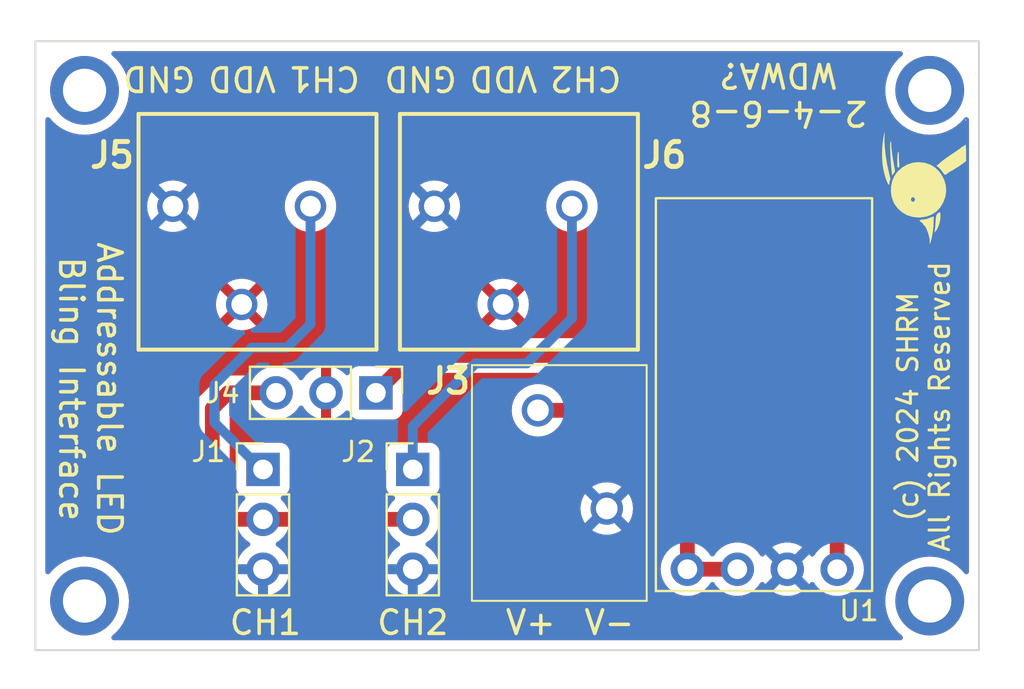
<source format=kicad_pcb>
(kicad_pcb (version 20211014) (generator pcbnew)
  (layers (0 "F.Cu" signal) (31 "B.Cu" signal) (34 "B.Paste" user) (35 "F.Paste" user) (36 "B.SilkS" user "B.Silkscreen") (37 "F.SilkS" user "F.Silkscreen") (38 "B.Mask" user) (39 "F.Mask" user) (44 "Edge.Cuts" user))
  (net 0 "")
  (net 5 "/CH1")
  (net 6 "GND")
  (net 7 "/CH2")
  (net 8 "+BATT")
  (net 9 "+5V")
  (net 10 "VDD")
  (net 11 "+6V")
  (footprint "Connector_PinHeader_2.54mm:PinHeader_1x03_P2.54mm_Vertical" (layer "F.Cu") (at 139.7 114.3)
    (fp_text reference "J2" (at -2.78 -0.9) (layer "F.SilkS"))
    (fp_text value "Conn_01x03" hide)
    (fp_line (start -1.33 1.27) (end 1.33 1.27) (layer "F.SilkS") (width 0.12))
    (fp_line (start -1.33 -1.33) (end 0 -1.33) (layer "F.SilkS") (width 0.12))
    (fp_line (start -1.33 0) (end -1.33 -1.33) (layer "F.SilkS") (width 0.12))
    (fp_line (start 1.33 1.27) (end 1.33 6.41) (layer "F.SilkS") (width 0.12))
    (fp_line (start -1.33 6.41) (end 1.33 6.41) (layer "F.SilkS") (width 0.12))
    (fp_line (start -1.33 1.27) (end -1.33 6.41) (layer "F.SilkS") (width 0.12))
    (pad "1" thru_hole rect (at 0 0) (size 1.7 1.7) (drill 1) (layers *.Cu *.Mask) (net 7 "/CH2"))
    (pad "2" thru_hole oval (at 0 2.54) (size 1.7 1.7) (drill 1) (layers *.Cu *.Mask) (net 11 "+6V"))
    (pad "3" thru_hole oval (at 0 5.08) (size 1.7 1.7) (drill 1) (layers *.Cu *.Mask) (net 6 "GND"))
  )
  (footprint "Appreciate:250-203_1" (layer "F.Cu") (at 130.996 105.9 180)
    (fp_text reference "J5" (at 6.596 7.6) (layer "F.SilkS") (effects (font (size 1.27 1.27) (thickness 0.254))))
    (fp_text value "250-203" hide)
    (fp_line (start -6.858 9.7) (end -6.858 -2.3) (layer "F.SilkS") (width 0.2))
    (fp_line (start 5.25 -2.3) (end 5.25 9.7) (layer "F.SilkS") (width 0.2))
    (fp_line (start 5.25 9.7) (end -6.858 9.7) (layer "F.SilkS") (width 0.2))
    (fp_line (start -6.858 -2.3) (end 5.25 -2.3) (layer "F.SilkS") (width 0.2))
    (pad "1" thru_hole circle (at -3.5 5 180) (size 1.6 1.6) (drill 1.05) (layers *.Cu *.Mask) (net 5 "/CH1"))
    (pad "2" thru_hole circle (at 0 0 180) (size 1.6 1.6) (drill 1.05) (layers *.Cu *.Mask) (net 10 "VDD"))
    (pad "3" thru_hole circle (at 3.5 5 180) (size 1.6 1.6) (drill 1.05) (layers *.Cu *.Mask) (net 6 "GND"))
  )
  (footprint "MountingHole:MountingHole_2.2mm_M2_ISO7380_Pad" (layer "F.Cu") (at 123 95)
    (fp_text reference "H1" hide)
    (fp_text value "MountingHole_Pad" hide)
    (pad "1" thru_hole circle (at 0 0) (size 3.5 3.5) (drill 2.2) (layers *.Cu *.Mask))
  )
  (footprint "Appreciate:250-203_1" (layer "F.Cu") (at 144.296 105.9 180)
    (fp_text reference "J6" (at -8.204 7.6) (layer "F.SilkS") (effects (font (size 1.27 1.27) (thickness 0.254))))
    (fp_text value "250-203" hide)
    (fp_line (start 5.25 9.7) (end -6.858 9.7) (layer "F.SilkS") (width 0.2))
    (fp_line (start -6.858 9.7) (end -6.858 -2.3) (layer "F.SilkS") (width 0.2))
    (fp_line (start -6.858 -2.3) (end 5.25 -2.3) (layer "F.SilkS") (width 0.2))
    (fp_line (start 5.25 -2.3) (end 5.25 9.7) (layer "F.SilkS") (width 0.2))
    (pad "1" thru_hole circle (at -3.5 5 180) (size 1.6 1.6) (drill 1.05) (layers *.Cu *.Mask) (net 7 "/CH2"))
    (pad "2" thru_hole circle (at 0 0 180) (size 1.6 1.6) (drill 1.05) (layers *.Cu *.Mask) (net 10 "VDD"))
    (pad "3" thru_hole circle (at 3.5 5 180) (size 1.6 1.6) (drill 1.05) (layers *.Cu *.Mask) (net 6 "GND"))
  )
  (footprint "MountingHole:MountingHole_2.2mm_M2_ISO7380_Pad" (layer "F.Cu") (at 166 121)
    (fp_text reference "H3" hide)
    (fp_text value "MountingHole_Pad" hide)
    (pad "1" thru_hole circle (at 0 0) (size 3.5 3.5) (drill 2.2) (layers *.Cu *.Mask))
  )
  (footprint "MountingHole:MountingHole_2.2mm_M2_ISO7380_Pad" (layer "F.Cu") (at 166 95)
    (fp_text reference "H4" hide)
    (fp_text value "MountingHole_Pad" hide)
    (pad "1" thru_hole circle (at 0 0) (size 3.5 3.5) (drill 2.2) (layers *.Cu *.Mask))
  )
  (footprint "MountingHole:MountingHole_2.2mm_M2_ISO7380_Pad" (layer "F.Cu") (at 123 121)
    (fp_text reference "H2" hide)
    (fp_text value "MountingHole_Pad" hide)
    (pad "1" thru_hole circle (at 0 0) (size 3.5 3.5) (drill 2.2) (layers *.Cu *.Mask))
  )
  (footprint "Appreciate:Weewooday-820" (layer "F.Cu") (at 157.48 114.3 90)
    (fp_text reference "U1" (at -7.2 4.92 unlocked) (layer "F.SilkS"))
    (fp_text value "Weewooday-820" hide)
    (fp_rect (start -6.19 -5.412) (end 13.81 5.588) (layer "F.SilkS") (width 0.12) (fill none))
    (pad "1" thru_hole circle (at -5.08 -3.81 90) (size 1.7 1.7) (drill 1) (layers *.Cu *.Mask) (net 8 "+BATT"))
    (pad "2" thru_hole circle (at -5.08 -1.27 90) (size 1.7 1.7) (drill 1) (layers *.Cu *.Mask) (net 8 "+BATT"))
    (pad "3" thru_hole circle (at -5.08 1.27 90) (size 1.7 1.7) (drill 1) (layers *.Cu *.Mask) (net 6 "GND"))
    (pad "4" thru_hole circle (at -5.08 3.81 90) (size 1.7 1.7) (drill 1) (layers *.Cu *.Mask) (net 9 "+5V"))
  )
  (footprint "Connector_PinHeader_2.54mm:PinHeader_1x03_P2.54mm_Vertical" (layer "F.Cu") (at 132.08 114.3)
    (fp_text reference "J1" (at -2.78 -0.9) (layer "F.SilkS"))
    (fp_text value "Conn_01x03" hide)
    (fp_line (start -1.33 0) (end -1.33 -1.33) (layer "F.SilkS") (width 0.12))
    (fp_line (start -1.33 6.41) (end 1.33 6.41) (layer "F.SilkS") (width 0.12))
    (fp_line (start -1.33 -1.33) (end 0 -1.33) (layer "F.SilkS") (width 0.12))
    (fp_line (start -1.33 1.27) (end 1.33 1.27) (layer "F.SilkS") (width 0.12))
    (fp_line (start -1.33 1.27) (end -1.33 6.41) (layer "F.SilkS") (width 0.12))
    (fp_line (start 1.33 1.27) (end 1.33 6.41) (layer "F.SilkS") (width 0.12))
    (pad "1" thru_hole rect (at 0 0) (size 1.7 1.7) (drill 1) (layers *.Cu *.Mask) (net 5 "/CH1"))
    (pad "2" thru_hole oval (at 0 2.54) (size 1.7 1.7) (drill 1) (layers *.Cu *.Mask) (net 11 "+6V"))
    (pad "3" thru_hole oval (at 0 5.08) (size 1.7 1.7) (drill 1) (layers *.Cu *.Mask) (net 6 "GND"))
  )
  (footprint "Appreciate:250202" (layer "F.Cu") (at 149.568 116.29 180)
    (fp_text reference "J3" (at 8.068 6.49) (layer "F.SilkS") (effects (font (size 1.27 1.27) (thickness 0.254))))
    (fp_text value "250-202" hide)
    (fp_line (start 6.858 -4.7) (end -2.032 -4.7) (layer "F.SilkS") (width 0.1))
    (fp_line (start -2.032 7.3) (end 6.858 7.3) (layer "F.SilkS") (width 0.1))
    (fp_line (start 6.858 7.3) (end 6.858 -4.7) (layer "F.SilkS") (width 0.1))
    (fp_line (start -2.032 -4.7) (end -2.032 7.3) (layer "F.SilkS") (width 0.1))
    (pad "1" thru_hole circle (at 3.5 5 180) (size 1.65 1.65) (drill 1.1) (layers *.Cu *.Mask) (net 8 "+BATT"))
    (pad "2" thru_hole circle (at 0 0 180) (size 1.65 1.65) (drill 1.1) (layers *.Cu *.Mask) (net 6 "GND"))
  )
  (footprint "Connector_PinHeader_2.54mm:PinHeader_1x03_P2.54mm_Vertical" (layer "F.Cu") (at 137.825 110.4 -90)
    (fp_text reference "J4" (at 0.01 7.793 180) (layer "F.SilkS"))
    (fp_text value "Conn_01x03" hide)
    (fp_line (start -1.33 0) (end -1.33 -1.33) (layer "F.SilkS") (width 0.12))
    (fp_line (start -1.33 6.41) (end 1.33 6.41) (layer "F.SilkS") (width 0.12))
    (fp_line (start -1.33 1.27) (end -1.33 6.41) (layer "F.SilkS") (width 0.12))
    (fp_line (start -1.33 -1.33) (end 0 -1.33) (layer "F.SilkS") (width 0.12))
    (fp_line (start -1.33 1.27) (end 1.33 1.27) (layer "F.SilkS") (width 0.12))
    (fp_line (start 1.33 1.27) (end 1.33 6.41) (layer "F.SilkS") (width 0.12))
    (pad "1" thru_hole rect (at 0 0 270) (size 1.7 1.7) (drill 1) (layers *.Cu *.Mask) (net 9 "+5V"))
    (pad "2" thru_hole oval (at 0 2.54 270) (size 1.7 1.7) (drill 1) (layers *.Cu *.Mask) (net 10 "VDD"))
    (pad "3" thru_hole oval (at 0 5.08 270) (size 1.7 1.7) (drill 1) (layers *.Cu *.Mask) (net 11 "+6V"))
  )
  (footprint "LOGO" (layer "F.Cu") (at 165.6 99.7 90)
    (fp_text reference "G***" hide)
    (fp_text value "LOGO" hide)
    (fp_poly (pts (xy 1.913529 -1.612956) (xy 2.027994 -1.608028) (xy 2.095237 -1.598176) (xy 2.10874 -1.585518) (xy 2.068515 -1.567943) (xy 1.985846 -1.556428) (xy 1.915173 -1.553808) (xy 1.783659 -1.547239) (xy 1.603859 -1.528767) (xy 1.389396 -1.500244) (xy 1.153894 -1.463519) (xy 0.910978 -1.420444) (xy 0.855456 -1.409827) (xy 0.721232 -1.384099) (xy 0.633459 -1.370926) (xy 0.576174 -1.371583) (xy 0.533419 -1.387349) (xy 0.489233 -1.419501) (xy 0.462668 -1.44126) (xy 0.370405 -1.516694) (xy 0.510234 -1.533172) (xy 0.715192 -1.554849) (xy 0.932945 -1.573567) (xy 1.154917 -1.589047) (xy 1.372535 -1.601006) (xy 1.577225 -1.609165) (xy 1.760414 -1.613242)) (layer "F.SilkS") (width 0) (fill solid))
    (fp_poly (pts (xy -2.457553 0.652201) (xy -2.387091 0.663295) (xy -2.270955 0.675428) (xy -2.126832 0.68694) (xy -2.009205 0.694266) (xy -1.853049 0.703776) (xy -1.746381 0.71433) (xy -1.675307 0.729251) (xy -1.625933 0.75186) (xy -1.584368 0.785478) (xy -1.570379 0.799171) (xy -1.520224 0.86201) (xy -1.502998 0.910599) (xy -1.505305 0.918085) (xy -1.54761 0.936206) (xy -1.634964 0.945402) (xy -1.74955 0.945105) (xy -1.87355 0.93475) (xy -1.902621 0.930722) (xy -2.078791 0.892148) (xy -2.246978 0.834097) (xy -2.385556 0.764848) (xy -2.442371 0.724087) (xy -2.552684 0.629352)) (layer "F.SilkS") (width 0) (fill solid))
    (fp_poly (pts (xy 1.173233 -1.252933) (xy 1.31073 -1.247596) (xy 1.431621 -1.238651) (xy 1.519947 -1.226466) (xy 1.558521 -1.212921) (xy 1.569023 -1.190641) (xy 1.538199 -1.178305) (xy 1.456856 -1.173453) (xy 1.409526 -1.173058) (xy 1.269146 -1.169573) (xy 1.109184 -1.160852) (xy 1.011253 -1.153033) (xy 0.880632 -1.145606) (xy 0.804317 -1.15397) (xy 0.778178 -1.171223) (xy 0.76954 -1.218598) (xy 0.776355 -1.230886) (xy 0.820691 -1.243641) (xy 0.912254 -1.251322) (xy 1.035088 -1.254298)) (layer "F.SilkS") (width 0) (fill solid))
    (fp_poly (pts (xy -0.174329 -1.565625) (xy 0.092865 -1.505977) (xy 0.338788 -1.400343) (xy 0.550834 -1.250438) (xy 0.560158 -1.241962) (xy 0.769832 -1.009562) (xy 0.92166 -0.753375) (xy 1.014415 -0.477375) (xy 1.046871 -0.185536) (xy 1.017802 0.118168) (xy 1.002047 0.190262) (xy 0.908848 0.447122) (xy 0.764851 0.676312) (xy 0.578424 0.872996) (xy 0.357936 1.032337) (xy 0.111758 1.149496) (xy -0.151741 1.219637) (xy -0.424193 1.237923) (xy -0.697227 1.199516) (xy -0.729338 1.19095) (xy -1.024576 1.07954) (xy -1.273816 0.925399) (xy -1.475151 0.73102) (xy -1.626672 0.498897) (xy -1.726471 0.231521) (xy -1.772638 -0.068613) (xy -1.77578 -0.176069) (xy -1.745777 -0.469817) (xy -1.742358 -0.480644) (xy -0.972056 -0.480644) (xy -0.965159 -0.416207) (xy -0.953516 -0.399037) (xy -0.893254 -0.356969) (xy -0.856179 -0.348814) (xy -0.790577 -0.371688) (xy -0.758842 -0.399037) (xy -0.737006 -0.463426) (xy -0.765568 -0.521108) (xy -0.832697 -0.553139) (xy -0.856179 -0.554931) (xy -0.931786 -0.533202) (xy -0.972056 -0.480644) (xy -1.742358 -0.480644) (xy -1.658908 -0.744942) (xy -1.519881 -0.993923) (xy -1.333405 -1.209237) (xy -1.104187 -1.383361) (xy -0.977475 -1.451471) (xy -0.722106 -1.54009) (xy -0.450188 -1.577569)) (layer "F.SilkS") (width 0) (fill solid))
    (fp_poly (pts (xy 1.627634 -2.02484) (xy 1.949354 -2.004754) (xy 2.228638 -1.968782) (xy 2.36816 -1.944348) (xy 2.482738 -1.922503) (xy 2.559029 -1.905904) (xy 2.583677 -1.898054) (xy 2.561392 -1.893352) (xy 2.490418 -1.893076) (xy 2.385332 -1.897221) (xy 2.368648 -1.898158) (xy 2.126491 -1.901289) (xy 1.840713 -1.886985) (xy 1.528084 -1.857171) (xy 1.205376 -1.813773) (xy 0.889361 -1.758717) (xy 0.602497 -1.695351) (xy 0.488544 -1.667613) (xy 0.386995 -1.644032) (xy 0.343833 -1.634676) (xy 0.264235 -1.615959) (xy 0.216991 -1.601841) (xy 0.155679 -1.603951) (xy 0.126842 -1.617076) (xy 0.059482 -1.640975) (xy -0.006056 -1.648453) (xy -0.085112 -1.656603) (xy -0.108825 -1.678049) (xy -0.083236 -1.710144) (xy -0.014384 -1.750238) (xy 0.09169 -1.795684) (xy 0.228945 -1.843833) (xy 0.391341 -1.892037) (xy 0.572838 -1.937646) (xy 0.729003 -1.970734) (xy 0.996295 -2.007858) (xy 1.302893 -2.025884)) (layer "F.SilkS") (width 0) (fill solid))
    (fp_poly (pts (xy 0.88727 0.753121) (xy 0.908075 0.804896) (xy 0.943384 0.850559) (xy 1.029779 0.944312) (xy 1.114021 1.044918) (xy 1.204288 1.163249) (xy 1.30876 1.310174) (xy 1.435617 1.496563) (xy 1.484506 1.569663) (xy 1.58425 1.717382) (xy 1.673212 1.845563) (xy 1.744981 1.945253) (xy 1.793145 2.007493) (xy 1.809833 2.024178) (xy 1.83729 2.060575) (xy 1.839201 2.075789) (xy 1.861461 2.12897) (xy 1.886767 2.156305) (xy 1.92663 2.20208) (xy 1.934333 2.223608) (xy 1.90457 2.233803) (xy 1.823057 2.242178) (xy 1.701453 2.247988) (xy 1.551418 2.250484) (xy 1.51417 2.250512) (xy 1.094008 2.249587) (xy 0.951311 2.054533) (xy 0.880561 1.956296) (xy 0.824738 1.875959) (xy 0.794465 1.828861) (xy 0.792759 1.825557) (xy 0.767178 1.780665) (xy 0.719805 1.704357) (xy 0.689701 1.657497) (xy 0.639685 1.577327) (xy 0.608141 1.520543) (xy 0.602497 1.505589) (xy 0.585915 1.471465) (xy 0.546065 1.408532) (xy 0.497788 1.338676) (xy 0.455929 1.283778) (xy 0.441632 1.268415) (xy 0.416051 1.227929) (xy 0.403751 1.19905) (xy 0.407925 1.154888) (xy 0.458598 1.105243) (xy 0.522017 1.06468) (xy 0.6266 0.989783) (xy 0.732759 0.89313) (xy 0.773323 0.848651) (xy 0.834204 0.782378) (xy 0.875588 0.749448)) (layer "F.SilkS") (width 0) (fill solid))
    (fp_poly (pts (xy -1.906157 -0.098666) (xy -1.885249 -0.028186) (xy -1.87277 0.063709) (xy -1.871344 0.101983) (xy -1.858463 0.192614) (xy -1.828031 0.290934) (xy -1.827487 0.292245) (xy -1.785926 0.399236) (xy -1.750966 0.499438) (xy -1.717868 0.602497) (xy -2.008434 0.598086) (xy -2.176494 0.591105) (xy -2.356311 0.576657) (xy -2.513431 0.557623) (xy -2.536829 0.553901) (xy -2.729325 0.518702) (xy -2.890939 0.483219) (xy -3.013264 0.449697) (xy -3.087896 0.420384) (xy -3.107615 0.401338) (xy -3.084404 0.386211) (xy -3.062099 0.391205) (xy -2.979933 0.40082) (xy -2.859948 0.387959) (xy -2.716752 0.357283) (xy -2.564952 0.31345) (xy -2.419157 0.26112) (xy -2.293974 0.204953) (xy -2.204013 0.149606) (xy -2.165572 0.105254) (xy -2.129058 0.066853) (xy -2.113274 0.06333) (xy -2.073096 0.039155) (xy -2.021648 -0.02008) (xy -2.013608 -0.03171) (xy -1.966747 -0.09437) (xy -1.933387 -0.125873) (xy -1.930102 -0.12675)) (layer "F.SilkS") (width 0) (fill solid))
    (fp_poly (pts (xy 3.234457 2.220721) (xy 3.208758 2.247976) (xy 3.186892 2.251436) (xy 3.144584 2.244651) (xy 3.139326 2.238973) (xy 3.164122 2.218526) (xy 3.186892 2.208258) (xy 3.227724 2.207599)) (layer "F.SilkS") (width 0) (fill solid))
  )
  (gr_rect (start 120.5 92.5) (end 168.5 123.5) (layer "Edge.Cuts") (width 0.1) (fill none))
  (gr_text "CH2" (at 148.5 94.4 180) (layer "F.SilkS") (effects (font (size 1.2 1.2) (thickness 0.18))))
  (gr_text "V-" (at 149.7 122.1) (layer "F.SilkS") (effects (font (size 1.2 1.2) (thickness 0.18))))
  (gr_text "Addressable LED\nBling Interface" (at 123.3 110.2 270) (layer "F.SilkS") (effects (font (size 1.2 1.2) (thickness 0.18))))
  (gr_text "(c) 2024 SHRM\nAll Rights Reserved" (at 165.7 111.1 90) (layer "F.SilkS") (effects (font (size 1 1))))
  (gr_text "VDD" (at 144.314286 94.4 180) (layer "F.SilkS") (effects (font (size 1.2 1.2) (thickness 0.18))))
  (gr_text "CH1" (at 132.2 122.1) (layer "F.SilkS") (effects (font (size 1.2 1.2) (thickness 0.18))))
  (gr_text "VDD" (at 131.014286 94.4 180) (layer "F.SilkS") (effects (font (size 1.2 1.2) (thickness 0.18))))
  (gr_text "GND" (at 140.1 94.4 180) (layer "F.SilkS") (effects (font (size 1.2 1.2) (thickness 0.18))))
  (gr_text "CH1" (at 135.2 94.4 180) (layer "F.SilkS") (effects (font (size 1.2 1.2) (thickness 0.18))))
  (gr_text "V+" (at 145.7 122.1) (layer "F.SilkS") (effects (font (size 1.2 1.2) (thickness 0.18))))
  (gr_text "2-4-6-8\nWDWA?" (at 158.3 95.2 180) (layer "F.SilkS") (effects (font (size 1.2 1.2) (thickness 0.18))))
  (gr_text "GND" (at 126.8 94.4 180) (layer "F.SilkS") (effects (font (size 1.2 1.2) (thickness 0.18))))
  (gr_text "CH2" (at 139.7 122.1) (layer "F.SilkS") (effects (font (size 1.2 1.2) (thickness 0.18))))
  (segment (start 129.6 111.9) (end 132 114.3) (width 0.5) (layer "B.Cu") (net 5))
  (segment (start 131.5 108.1) (end 129.6 110) (width 0.5) (layer "B.Cu") (net 5))
  (segment (start 129.6 110) (end 129.6 111.9) (width 0.5) (layer "B.Cu") (net 5))
  (segment (start 134.496 100.9) (end 134.496 106.904) (width 0.5) (layer "B.Cu") (net 5))
  (segment (start 134.496 106.904) (end 133.3 108.1) (width 0.5) (layer "B.Cu") (net 5))
  (segment (start 132 114.3) (end 132.08 114.3) (width 0.5) (layer "B.Cu") (net 5))
  (segment (start 133.3 108.1) (end 131.5 108.1) (width 0.5) (layer "B.Cu") (net 5))
  (segment (start 147.796 100.9) (end 147.796 106.604) (width 0.5) (layer "B.Cu") (net 7))
  (segment (start 145.5 108.9) (end 142.9 108.9) (width 0.5) (layer "B.Cu") (net 7))
  (segment (start 139.7 112.1) (end 139.7 114.3) (width 0.5) (layer "B.Cu") (net 7))
  (segment (start 147.796 106.604) (end 145.5 108.9) (width 0.5) (layer "B.Cu") (net 7))
  (segment (start 142.9 108.9) (end 139.7 112.1) (width 0.5) (layer "B.Cu") (net 7))
  (segment (start 153.7 113.6) (end 153.67 113.63) (width 0.25) (layer "F.Cu") (net 8))
  (segment (start 151.39 111.29) (end 153.7 113.6) (width 0.75) (layer "F.Cu") (net 8))
  (segment (start 153.67 119.38) (end 156.21 119.38) (width 0.75) (layer "F.Cu") (net 8))
  (segment (start 146.068 111.29) (end 151.39 111.29) (width 0.75) (layer "F.Cu") (net 8))
  (segment (start 153.67 113.63) (end 153.67 119.38) (width 0.75) (layer "F.Cu") (net 8))
  (segment (start 161.29 112.71) (end 161.29 119.38) (width 0.75) (layer "F.Cu") (net 9))
  (segment (start 157.1 108.5) (end 161.3 112.7) (width 0.75) (layer "F.Cu") (net 9))
  (segment (start 137.825 110.375) (end 139.7 108.5) (width 0.75) (layer "F.Cu") (net 9))
  (segment (start 137.825 110.4) (end 137.825 110.375) (width 0.75) (layer "F.Cu") (net 9))
  (segment (start 139.7 108.5) (end 157.1 108.5) (width 0.75) (layer "F.Cu") (net 9))
  (segment (start 161.3 112.7) (end 161.29 112.71) (width 0.75) (layer "F.Cu") (net 9))
  (segment (start 139.7 116.84) (end 132.08 116.84) (width 0.75) (layer "F.Cu") (net 11))
  (segment (start 132.08 116.84) (end 130.14 116.84) (width 0.75) (layer "F.Cu") (net 11))
  (segment (start 130.3 110.4) (end 132.745 110.4) (width 0.75) (layer "F.Cu") (net 11))
  (segment (start 130.14 116.84) (end 129.5 116.2) (width 0.75) (layer "F.Cu") (net 11))
  (segment (start 129.5 111.2) (end 130.3 110.4) (width 0.75) (layer "F.Cu") (net 11))
  (segment (start 129.5 116.2) (end 129.5 111.2) (width 0.75) (layer "F.Cu") (net 11))
  (zone (net 10) (net_name "VDD") (layer "F.Cu") (connect_pads (clearance 0.508)) (min_thickness 0.254) (fill yes (thermal_gap 0.508) (thermal_bridge_width 0.508))
    (polygon (pts (xy 170.8 125.5) (xy 118.7 125.5) (xy 118.7 90.4) (xy 170.8 90.4)))
  )
  (zone (net 6) (net_name "GND") (layer "B.Cu") (connect_pads (clearance 0.508)) (min_thickness 0.254) (fill yes (thermal_gap 0.508) (thermal_bridge_width 0.508))
    (polygon (pts (xy 170.8 125.5) (xy 118.7 125.5) (xy 118.7 90.4) (xy 170.8 90.4)))
  )
)
</source>
